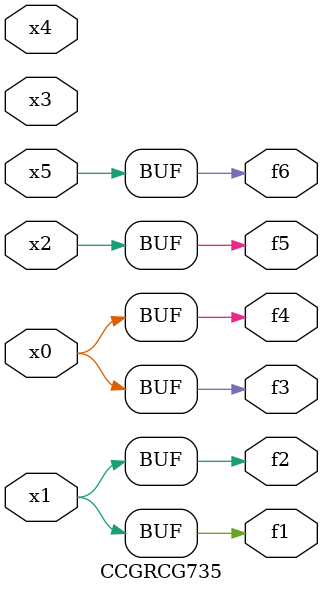
<source format=v>
module CCGRCG735(
	input x0, x1, x2, x3, x4, x5,
	output f1, f2, f3, f4, f5, f6
);
	assign f1 = x1;
	assign f2 = x1;
	assign f3 = x0;
	assign f4 = x0;
	assign f5 = x2;
	assign f6 = x5;
endmodule

</source>
